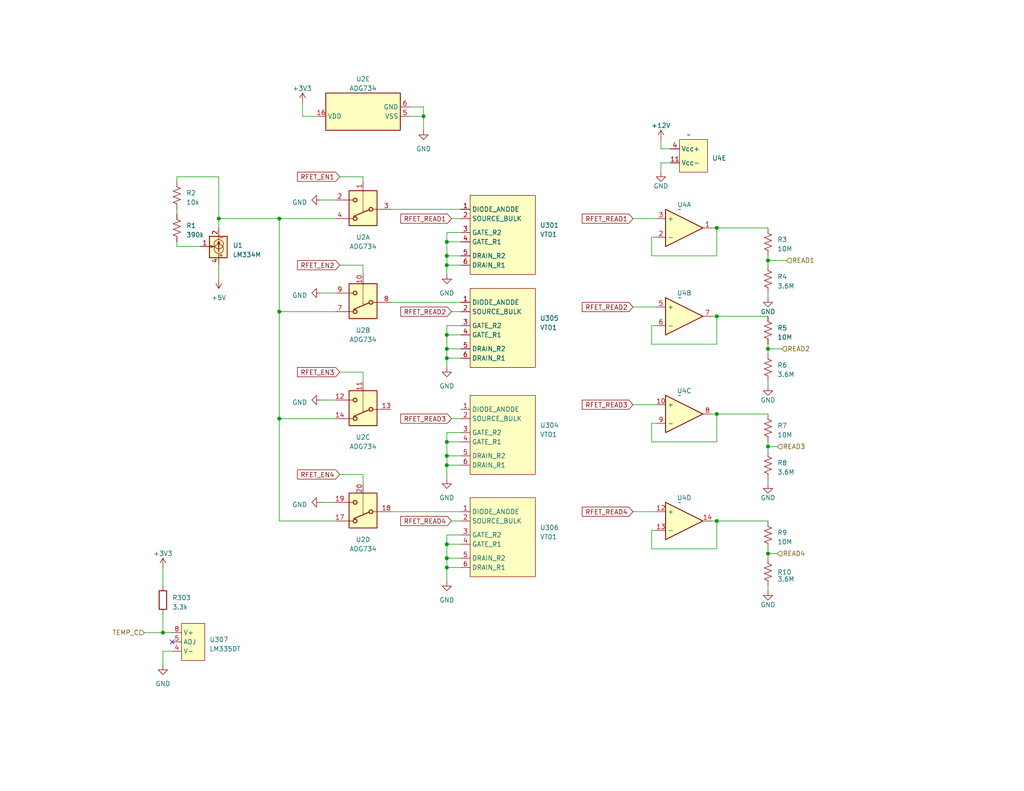
<source format=kicad_sch>
(kicad_sch (version 20230121) (generator eeschema)
  (paper "USLetter")
  (lib_symbols
    (symbol "Analog_Switch:ADG734"
      (property "Reference" "U" (at -3.175 5.334 0))
      (property "Value" "ADG734" (at -3.175 3.556 0))
      (symbol "ADG734_1_1"
        (rectangle (start -3.81 1.905) (end 3.81 -7.62) (stroke (width 0.254)) (fill (type background)))
        (circle (center -2.159 -2.54) (radius 0.508) (stroke (width 0.254)))
        (polyline (pts (xy -5.08 -2.54) (xy -2.794 -2.54)))
        (polyline (pts (xy -1.651 -2.413) (xy 2.54 -0.635)) (stroke (width 0.254)))
        (polyline (pts (xy 0 -7.62) (xy 0 -7.112)))
        (polyline (pts (xy 0 -6.858) (xy 0 -6.604)))
        (polyline (pts (xy 0 -6.35) (xy 0 -6.096)))
        (polyline (pts (xy 0 -5.842) (xy 0 -5.588)))
        (polyline (pts (xy 0 -5.334) (xy 0 -5.08)))
        (polyline (pts (xy 0 -4.826) (xy 0 -4.572)))
        (polyline (pts (xy 0 -4.318) (xy 0 -4.064)))
        (polyline (pts (xy 0 -3.81) (xy 0 -3.556)))
        (polyline (pts (xy 0 -3.302) (xy 0 -3.048)))
        (polyline (pts (xy 0 -2.794) (xy 0 -2.54)))
        (polyline (pts (xy 0 -2.286) (xy 0 -2.032)))
        (polyline (pts (xy 0 -2.286) (xy 0 -2.032)))
        (polyline (pts (xy 5.08 -5.08) (xy 2.794 -5.08)))
        (polyline (pts (xy 5.08 0) (xy 2.794 0)))
        (circle (center 2.159 -5.08) (radius 0.508) (stroke (width 0.254)))
        (circle (center 2.159 0) (radius 0.508) (stroke (width 0.254)))
        (pin input line (at 0 -10.16 90) (length 2.54) (name "~") (number "1"))
        (pin passive line (at 7.62 -5.08 180) (length 2.54) (name "~") (number "2"))
        (pin passive line (at -7.62 -2.54 0) (length 2.54) (name "~") (number "3"))
        (pin passive line (at 7.62 0 180) (length 2.54) (name "~") (number "4"))
      )
      (symbol "ADG734_2_1"
        (rectangle (start -3.81 1.905) (end 3.81 -7.62) (stroke (width 0.254)) (fill (type background)))
        (circle (center -2.159 -2.54) (radius 0.508) (stroke (width 0.254)))
        (polyline (pts (xy -5.08 -2.54) (xy -2.794 -2.54)))
        (polyline (pts (xy -1.651 -2.413) (xy 2.54 -0.635)) (stroke (width 0.254)))
        (polyline (pts (xy 0 -7.62) (xy 0 -7.112)))
        (polyline (pts (xy 0 -6.858) (xy 0 -6.604)))
        (polyline (pts (xy 0 -6.35) (xy 0 -6.096)))
        (polyline (pts (xy 0 -5.842) (xy 0 -5.588)))
        (polyline (pts (xy 0 -5.334) (xy 0 -5.08)))
        (polyline (pts (xy 0 -4.826) (xy 0 -4.572)))
        (polyline (pts (xy 0 -4.318) (xy 0 -4.064)))
        (polyline (pts (xy 0 -3.81) (xy 0 -3.556)))
        (polyline (pts (xy 0 -3.302) (xy 0 -3.048)))
        (polyline (pts (xy 0 -2.794) (xy 0 -2.54)))
        (polyline (pts (xy 0 -2.286) (xy 0 -2.032)))
        (polyline (pts (xy 0 -2.286) (xy 0 -2.032)))
        (polyline (pts (xy 5.08 -5.08) (xy 2.794 -5.08)))
        (polyline (pts (xy 5.08 0) (xy 2.794 0)))
        (circle (center 2.159 -5.08) (radius 0.508) (stroke (width 0.254)))
        (circle (center 2.159 0) (radius 0.508) (stroke (width 0.254)))
        (pin input line (at 0 -10.16 90) (length 2.54) (name "~") (number "10"))
        (pin passive line (at 7.62 0 180) (length 2.54) (name "~") (number "7"))
        (pin passive line (at -7.62 -2.54 0) (length 2.54) (name "~") (number "8"))
        (pin passive line (at 7.62 -5.08 180) (length 2.54) (name "~") (number "9"))
      )
      (symbol "ADG734_3_1"
        (rectangle (start -3.81 1.905) (end 3.81 -7.62) (stroke (width 0.254)) (fill (type background)))
        (circle (center -2.159 -2.54) (radius 0.508) (stroke (width 0.254)))
        (polyline (pts (xy -5.08 -2.54) (xy -2.794 -2.54)))
        (polyline (pts (xy -1.651 -2.413) (xy 2.54 -0.635)) (stroke (width 0.254)))
        (polyline (pts (xy 0 -7.62) (xy 0 -7.112)))
        (polyline (pts (xy 0 -6.858) (xy 0 -6.604)))
        (polyline (pts (xy 0 -6.35) (xy 0 -6.096)))
        (polyline (pts (xy 0 -5.842) (xy 0 -5.588)))
        (polyline (pts (xy 0 -5.334) (xy 0 -5.08)))
        (polyline (pts (xy 0 -4.826) (xy 0 -4.572)))
        (polyline (pts (xy 0 -4.318) (xy 0 -4.064)))
        (polyline (pts (xy 0 -3.81) (xy 0 -3.556)))
        (polyline (pts (xy 0 -3.302) (xy 0 -3.048)))
        (polyline (pts (xy 0 -2.794) (xy 0 -2.54)))
        (polyline (pts (xy 0 -2.286) (xy 0 -2.032)))
        (polyline (pts (xy 0 -2.286) (xy 0 -2.032)))
        (polyline (pts (xy 5.08 -5.08) (xy 2.794 -5.08)))
        (polyline (pts (xy 5.08 0) (xy 2.794 0)))
        (circle (center 2.159 -5.08) (radius 0.508) (stroke (width 0.254)))
        (circle (center 2.159 0) (radius 0.508) (stroke (width 0.254)))
        (pin input line (at 0 -10.16 90) (length 2.54) (name "~") (number "11"))
        (pin passive line (at 7.62 -5.08 180) (length 2.54) (name "~") (number "12"))
        (pin passive line (at -7.62 -2.54 0) (length 2.54) (name "~") (number "13"))
        (pin passive line (at 7.62 0 180) (length 2.54) (name "~") (number "14"))
      )
      (symbol "ADG734_4_1"
        (rectangle (start -3.81 1.905) (end 3.81 -7.62) (stroke (width 0.254)) (fill (type background)))
        (circle (center -2.159 -2.54) (radius 0.508) (stroke (width 0.254)))
        (polyline (pts (xy -5.08 -2.54) (xy -2.794 -2.54)))
        (polyline (pts (xy -1.651 -2.413) (xy 2.54 -0.635)) (stroke (width 0.254)))
        (polyline (pts (xy 0 -7.62) (xy 0 -7.112)))
        (polyline (pts (xy 0 -6.858) (xy 0 -6.604)))
        (polyline (pts (xy 0 -6.35) (xy 0 -6.096)))
        (polyline (pts (xy 0 -5.842) (xy 0 -5.588)))
        (polyline (pts (xy 0 -5.334) (xy 0 -5.08)))
        (polyline (pts (xy 0 -4.826) (xy 0 -4.572)))
        (polyline (pts (xy 0 -4.318) (xy 0 -4.064)))
        (polyline (pts (xy 0 -3.81) (xy 0 -3.556)))
        (polyline (pts (xy 0 -3.302) (xy 0 -3.048)))
        (polyline (pts (xy 0 -2.794) (xy 0 -2.54)))
        (polyline (pts (xy 0 -2.286) (xy 0 -2.032)))
        (polyline (pts (xy 0 -2.286) (xy 0 -2.032)))
        (polyline (pts (xy 5.08 -5.08) (xy 2.794 -5.08)))
        (polyline (pts (xy 5.08 0) (xy 2.794 0)))
        (circle (center 2.159 -5.08) (radius 0.508) (stroke (width 0.254)))
        (circle (center 2.159 0) (radius 0.508) (stroke (width 0.254)))
        (pin passive line (at 7.62 0 180) (length 2.54) (name "~") (number "17"))
        (pin passive line (at -7.62 -2.54 0) (length 2.54) (name "~") (number "18"))
        (pin passive line (at 7.62 -5.08 180) (length 2.54) (name "~") (number "19"))
        (pin input line (at 0 -10.16 90) (length 2.54) (name "~") (number "20"))
      )
      (symbol "ADG734_5_0"
        (pin no_connect line (at 2.54 10.16 270) (length 2.54) hide (name "NC") (number "15"))
        (pin power_in line (at 0 12.7 270) (length 2.54) (name "VDD") (number "16"))
        (pin power_in line (at 0 -12.7 90) (length 2.54) (name "VSS") (number "5"))
        (pin power_in line (at 2.54 -12.7 90) (length 2.54) (name "GND") (number "6"))
      )
      (symbol "ADG734_5_1"
        (rectangle (start -3.81 10.16) (end 6.35 -10.16) (stroke (width 0.254)) (fill (type background)))
      )
    )
    (symbol "BIRDS-X_Symbols_Lib:LM335DT"
      (property "Reference" "U" (at -5.08 10.16 0))
      (property "Value" "LM335DT" (at -2.54 7.62 0))
      (symbol "LM335DT_1_1"
        (rectangle (start -6.35 6.35) (end 0 -3.81) (fill (type background)))
        (pin input line (at -8.89 -1.27 0) (length 2.54) (name "V-") (number "4"))
        (pin input line (at -8.89 1.27 0) (length 2.54) (name "ADJ") (number "5"))
        (pin input line (at -8.89 3.81 0) (length 2.54) (name "V+") (number "8"))
      )
    )
    (symbol "BIRDS-X_Symbols_Lib:TL974IPWR"
      (property "Reference" "U" (at 0 5.08 0))
      (symbol "TL974IPWR_1_1"
        (polyline (pts (xy -5.08 5.08) (xy 5.08 0) (xy -5.08 -5.08) (xy -5.08 5.08)) (stroke (width 0.254)) (fill (type background)))
        (pin output line (at 7.62 0 180) (length 2.54) (name "~") (number "1"))
        (pin input line (at -7.62 -2.54 0) (length 2.54) (name "-") (number "2"))
        (pin input line (at -7.62 2.54 0) (length 2.54) (name "+") (number "3"))
      )
      (symbol "TL974IPWR_2_1"
        (polyline (pts (xy -5.08 5.08) (xy 5.08 0) (xy -5.08 -5.08) (xy -5.08 5.08)) (stroke (width 0.254)) (fill (type background)))
        (pin input line (at -7.62 2.54 0) (length 2.54) (name "+") (number "5"))
        (pin input line (at -7.62 -2.54 0) (length 2.54) (name "-") (number "6"))
        (pin output line (at 7.62 0 180) (length 2.54) (name "~") (number "7"))
      )
      (symbol "TL974IPWR_3_1"
        (polyline (pts (xy -5.08 5.08) (xy 5.08 0) (xy -5.08 -5.08) (xy -5.08 5.08)) (stroke (width 0.254)) (fill (type background)))
        (pin input line (at -7.62 2.54 0) (length 2.54) (name "+") (number "10"))
        (pin output line (at 7.62 0 180) (length 2.54) (name "~") (number "8"))
        (pin input line (at -7.62 -2.54 0) (length 2.54) (name "-") (number "9"))
      )
      (symbol "TL974IPWR_4_1"
        (polyline (pts (xy -5.08 5.08) (xy 5.08 0) (xy -5.08 -5.08) (xy -5.08 5.08)) (stroke (width 0.254)) (fill (type background)))
        (pin input line (at -7.62 -2.54 0) (length 2.54) (name "-") (number "13"))
        (pin output line (at 7.62 0 180) (length 2.54) (name "~") (number "14"))
        (pin input line (at -7.62 2.54 0) (length 2.54) (name "12") (number "5"))
      )
      (symbol "TL974IPWR_5_1"
        (rectangle (start -3.81 3.81) (end 3.81 -5.08) (fill (type background)))
        (pin input line (at -6.35 -2.54 0) (length 2.54) (name "Vcc-") (number "11"))
        (pin input line (at -6.35 1.27 0) (length 2.54) (name "Vcc+") (number "4"))
      )
    )
    (symbol "BIRDS-X_Symbols_Lib:VT01_Radfet"
      (property "Reference" "U" (at 0 7.62 0))
      (property "Value" "VT01" (at -6.35 7.62 0))
      (symbol "VT01_Radfet_0_0"
        (text "" (at -8.89 10.16 0) (effects (font (size 1.27 1.27))))
      )
      (symbol "VT01_Radfet_1_1"
        (rectangle (start -8.89 6.35) (end 8.89 -15.24) (fill (type background)))
        (pin input line (at -11.43 2.54 0) (length 2.54) (name "DIODE_ANODE") (number "1"))
        (pin input line (at -11.43 0 0) (length 2.54) (name "SOURCE_BULK") (number "2"))
        (pin input line (at -11.43 -3.81 0) (length 2.54) (name "GATE_R2") (number "3"))
        (pin input line (at -11.43 -6.35 0) (length 2.54) (name "GATE_R1") (number "4"))
        (pin input line (at -11.43 -10.16 0) (length 2.54) (name "DRAIN_R2") (number "5"))
        (pin input line (at -11.43 -12.7 0) (length 2.54) (name "DRAIN_R1") (number "6"))
      )
    )
    (symbol "Device:R" (pin_numbers hide) (pin_names (offset 0))
      (property "Reference" "R" (at 2.032 0 90))
      (property "Value" "R" (at 0 0 90))
      (symbol "R_0_1"
        (rectangle (start -1.016 -2.54) (end 1.016 2.54) (stroke (width 0.254)))
      )
      (symbol "R_1_1"
        (pin passive line (at 0 3.81 270) (length 1.27) (name "~") (number "1"))
        (pin passive line (at 0 -3.81 90) (length 1.27) (name "~") (number "2"))
      )
    )
    (symbol "Device:R_US" (pin_numbers hide) (pin_names (offset 0))
      (property "Reference" "R" (at 2.54 0 90))
      (property "Value" "R_US" (at -2.54 0 90))
      (symbol "R_US_0_1"
        (polyline (pts (xy 0 -2.286) (xy 0 -2.54)))
        (polyline (pts (xy 0 2.286) (xy 0 2.54)))
        (polyline (pts (xy 0 -0.762) (xy 1.016 -1.143) (xy 0 -1.524) (xy -1.016 -1.905) (xy 0 -2.286)))
        (polyline (pts (xy 0 0.762) (xy 1.016 0.381) (xy 0 0) (xy -1.016 -0.381) (xy 0 -0.762)))
        (polyline (pts (xy 0 2.286) (xy 1.016 1.905) (xy 0 1.524) (xy -1.016 1.143) (xy 0 0.762)))
      )
      (symbol "R_US_1_1"
        (pin passive line (at 0 3.81 270) (length 1.27) (name "~") (number "1"))
        (pin passive line (at 0 -3.81 90) (length 1.27) (name "~") (number "2"))
      )
    )
    (symbol "Reference_Current:LM334M"
      (property "Reference" "U" (at 0.635 6.35 0))
      (property "Value" "LM334M" (at 0.635 4.445 0))
      (symbol "LM334M_0_1"
        (rectangle (start -2.286 3.048) (end 2.54 -2.794) (stroke (width 0.254)) (fill (type background)))
        (circle (center 0 -0.635) (radius 1.27))
        (polyline (pts (xy -1.143 -2.413) (xy -0.381 -2.413)))
        (polyline (pts (xy -1.016 2.413) (xy -0.254 2.413)))
        (polyline (pts (xy -0.635 2.794) (xy -0.635 2.032)))
        (polyline (pts (xy 0 -1.905) (xy 0 -3.175)))
        (polyline (pts (xy 0 1.397) (xy 0 -1.397)) (stroke (width 0.254)))
        (polyline (pts (xy 0 3.81) (xy 0 1.905)))
        (polyline (pts (xy 5.08 0) (xy 1.27 0)))
        (polyline (pts (xy 0 -1.397) (xy -0.254 -0.889) (xy 0.254 -0.889) (xy 0 -1.397)) (stroke (width 0.254)))
        (polyline (pts (xy 1.27 0) (xy 2.159 0.254) (xy 2.159 -0.254) (xy 1.27 0)))
        (circle (center 0 0.635) (radius 1.27))
      )
      (symbol "LM334M_1_1"
        (pin passive line (at 5.08 0 180) (length 2.54) (name "~") (number "1"))
        (pin passive line (at 0 -5.08 90) (length 2.54) (name "~") (number "2"))
        (pin passive line (at 0 -5.08 90) (length 2.54) hide (name "~") (number "3"))
        (pin passive line (at 0 5.08 270) (length 2.54) (name "~") (number "4"))
        (pin passive line (at 0 -5.08 90) (length 2.54) hide (name "~") (number "6"))
        (pin passive line (at 0 -5.08 90) (length 2.54) hide (name "~") (number "7"))
      )
    )
    (symbol "TL974IPWR_1"
      (property "Reference" "U3" (at 0 6.35 0))
      (property "Value" "~" (at -1.27 5.08 0))
      (symbol "TL974IPWR_1_1_1"
        (polyline (pts (xy -5.08 5.08) (xy 5.08 0) (xy -5.08 -5.08) (xy -5.08 5.08)) (stroke (width 0.254)) (fill (type background)))
        (pin output line (at 7.62 0 180) (length 2.54) (name "~") (number "1"))
        (pin input line (at -7.62 -2.54 0) (length 2.54) (name "-") (number "2"))
        (pin input line (at -7.62 2.54 0) (length 2.54) (name "+") (number "3"))
      )
      (symbol "TL974IPWR_1_2_1"
        (polyline (pts (xy -5.08 5.08) (xy 5.08 0) (xy -5.08 -5.08) (xy -5.08 5.08)) (stroke (width 0.254)) (fill (type background)))
        (pin input line (at -7.62 2.54 0) (length 2.54) (name "+") (number "5"))
        (pin input line (at -7.62 -2.54 0) (length 2.54) (name "-") (number "6"))
        (pin output line (at 7.62 0 180) (length 2.54) (name "~") (number "7"))
      )
      (symbol "TL974IPWR_1_3_1"
        (polyline (pts (xy -5.08 5.08) (xy 5.08 0) (xy -5.08 -5.08) (xy -5.08 5.08)) (stroke (width 0.254)) (fill (type background)))
        (pin input line (at -7.62 2.54 0) (length 2.54) (name "+") (number "10"))
        (pin output line (at 7.62 0 180) (length 2.54) (name "~") (number "8"))
        (pin input line (at -7.62 -2.54 0) (length 2.54) (name "-") (number "9"))
      )
      (symbol "TL974IPWR_1_4_1"
        (polyline (pts (xy -5.08 5.08) (xy 5.08 0) (xy -5.08 -5.08) (xy -5.08 5.08)) (stroke (width 0.254)) (fill (type background)))
        (pin input line (at -7.62 2.54 0) (length 2.54) (name "+") (number "12"))
        (pin input line (at -7.62 -2.54 0) (length 2.54) (name "-") (number "13"))
        (pin output line (at 7.62 0 180) (length 2.54) (name "~") (number "14"))
      )
      (symbol "TL974IPWR_1_5_1"
        (rectangle (start -3.81 3.81) (end 3.81 -5.08) (fill (type background)))
        (pin input line (at -6.35 -2.54 0) (length 2.54) (name "Vcc-") (number "11"))
        (pin input line (at -6.35 1.27 0) (length 2.54) (name "Vcc+") (number "4"))
      )
    )
    (symbol "TL974IPWR_2"
      (property "Reference" "U3" (at 0 6.35 0))
      (property "Value" "~" (at -1.27 5.08 0))
      (symbol "TL974IPWR_2_1_1"
        (polyline (pts (xy -5.08 5.08) (xy 5.08 0) (xy -5.08 -5.08) (xy -5.08 5.08)) (stroke (width 0.254)) (fill (type background)))
        (pin output line (at 7.62 0 180) (length 2.54) (name "~") (number "1"))
        (pin input line (at -7.62 -2.54 0) (length 2.54) (name "-") (number "2"))
        (pin input line (at -7.62 2.54 0) (length 2.54) (name "+") (number "3"))
      )
      (symbol "TL974IPWR_2_2_1"
        (polyline (pts (xy -5.08 5.08) (xy 5.08 0) (xy -5.08 -5.08) (xy -5.08 5.08)) (stroke (width 0.254)) (fill (type background)))
        (pin input line (at -7.62 2.54 0) (length 2.54) (name "+") (number "5"))
        (pin input line (at -7.62 -2.54 0) (length 2.54) (name "-") (number "6"))
        (pin output line (at 7.62 0 180) (length 2.54) (name "~") (number "7"))
      )
      (symbol "TL974IPWR_2_3_1"
        (polyline (pts (xy -5.08 5.08) (xy 5.08 0) (xy -5.08 -5.08) (xy -5.08 5.08)) (stroke (width 0.254)) (fill (type background)))
        (pin input line (at -7.62 2.54 0) (length 2.54) (name "+") (number "10"))
        (pin output line (at 7.62 0 180) (length 2.54) (name "~") (number "8"))
        (pin input line (at -7.62 -2.54 0) (length 2.54) (name "-") (number "9"))
      )
      (symbol "TL974IPWR_2_4_1"
        (polyline (pts (xy -5.08 5.08) (xy 5.08 0) (xy -5.08 -5.08) (xy -5.08 5.08)) (stroke (width 0.254)) (fill (type background)))
        (pin input line (at -7.62 2.54 0) (length 2.54) (name "+") (number "12"))
        (pin input line (at -7.62 -2.54 0) (length 2.54) (name "-") (number "13"))
        (pin output line (at 7.62 0 180) (length 2.54) (name "~") (number "14"))
      )
      (symbol "TL974IPWR_2_5_1"
        (rectangle (start -3.81 3.81) (end 3.81 -5.08) (fill (type background)))
        (pin input line (at -6.35 -2.54 0) (length 2.54) (name "Vcc-") (number "11"))
        (pin input line (at -6.35 1.27 0) (length 2.54) (name "Vcc+") (number "4"))
      )
    )
    (symbol "TL974IPWR_3"
      (property "Reference" "U3" (at 0 6.35 0))
      (property "Value" "~" (at -1.27 5.08 0))
      (symbol "TL974IPWR_3_1_1"
        (polyline (pts (xy -5.08 5.08) (xy 5.08 0) (xy -5.08 -5.08) (xy -5.08 5.08)) (stroke (width 0.254)) (fill (type background)))
        (pin output line (at 7.62 0 180) (length 2.54) (name "~") (number "1"))
        (pin input line (at -7.62 -2.54 0) (length 2.54) (name "-") (number "2"))
        (pin input line (at -7.62 2.54 0) (length 2.54) (name "+") (number "3"))
      )
      (symbol "TL974IPWR_3_2_1"
        (polyline (pts (xy -5.08 5.08) (xy 5.08 0) (xy -5.08 -5.08) (xy -5.08 5.08)) (stroke (width 0.254)) (fill (type background)))
        (pin input line (at -7.62 2.54 0) (length 2.54) (name "+") (number "5"))
        (pin input line (at -7.62 -2.54 0) (length 2.54) (name "-") (number "6"))
        (pin output line (at 7.62 0 180) (length 2.54) (name "~") (number "7"))
      )
      (symbol "TL974IPWR_3_3_1"
        (polyline (pts (xy -5.08 5.08) (xy 5.08 0) (xy -5.08 -5.08) (xy -5.08 5.08)) (stroke (width 0.254)) (fill (type background)))
        (pin input line (at -7.62 2.54 0) (length 2.54) (name "+") (number "10"))
        (pin output line (at 7.62 0 180) (length 2.54) (name "~") (number "8"))
        (pin input line (at -7.62 -2.54 0) (length 2.54) (name "-") (number "9"))
      )
      (symbol "TL974IPWR_3_4_1"
        (polyline (pts (xy -5.08 5.08) (xy 5.08 0) (xy -5.08 -5.08) (xy -5.08 5.08)) (stroke (width 0.254)) (fill (type background)))
        (pin input line (at -7.62 2.54 0) (length 2.54) (name "+") (number "12"))
        (pin input line (at -7.62 -2.54 0) (length 2.54) (name "-") (number "13"))
        (pin output line (at 7.62 0 180) (length 2.54) (name "~") (number "14"))
      )
      (symbol "TL974IPWR_3_5_1"
        (rectangle (start -3.81 3.81) (end 3.81 -5.08) (fill (type background)))
        (pin input line (at -6.35 -2.54 0) (length 2.54) (name "Vcc-") (number "11"))
        (pin input line (at -6.35 1.27 0) (length 2.54) (name "Vcc+") (number "4"))
      )
    )
    (symbol "TL974IPWR_4"
      (property "Reference" "U3" (at 0 6.35 0))
      (property "Value" "~" (at -1.27 5.08 0))
      (symbol "TL974IPWR_4_1_1"
        (polyline (pts (xy -5.08 5.08) (xy 5.08 0) (xy -5.08 -5.08) (xy -5.08 5.08)) (stroke (width 0.254)) (fill (type background)))
        (pin output line (at 7.62 0 180) (length 2.54) (name "~") (number "1"))
        (pin input line (at -7.62 -2.54 0) (length 2.54) (name "-") (number "2"))
        (pin input line (at -7.62 2.54 0) (length 2.54) (name "+") (number "3"))
      )
      (symbol "TL974IPWR_4_2_1"
        (polyline (pts (xy -5.08 5.08) (xy 5.08 0) (xy -5.08 -5.08) (xy -5.08 5.08)) (stroke (width 0.254)) (fill (type background)))
        (pin input line (at -7.62 2.54 0) (length 2.54) (name "+") (number "5"))
        (pin input line (at -7.62 -2.54 0) (length 2.54) (name "-") (number "6"))
        (pin output line (at 7.62 0 180) (length 2.54) (name "~") (number "7"))
      )
      (symbol "TL974IPWR_4_3_1"
        (polyline (pts (xy -5.08 5.08) (xy 5.08 0) (xy -5.08 -5.08) (xy -5.08 5.08)) (stroke (width 0.254)) (fill (type background)))
        (pin input line (at -7.62 2.54 0) (length 2.54) (name "+") (number "10"))
        (pin output line (at 7.62 0 180) (length 2.54) (name "~") (number "8"))
        (pin input line (at -7.62 -2.54 0) (length 2.54) (name "-") (number "9"))
      )
      (symbol "TL974IPWR_4_4_1"
        (polyline (pts (xy -5.08 5.08) (xy 5.08 0) (xy -5.08 -5.08) (xy -5.08 5.08)) (stroke (width 0.254)) (fill (type background)))
        (pin input line (at -7.62 2.54 0) (length 2.54) (name "+") (number "12"))
        (pin input line (at -7.62 -2.54 0) (length 2.54) (name "-") (number "13"))
        (pin output line (at 7.62 0 180) (length 2.54) (name "~") (number "14"))
      )
      (symbol "TL974IPWR_4_5_1"
        (rectangle (start -3.81 3.81) (end 3.81 -5.08) (fill (type background)))
        (pin input line (at -6.35 -2.54 0) (length 2.54) (name "Vcc-") (number "11"))
        (pin input line (at -6.35 1.27 0) (length 2.54) (name "Vcc+") (number "4"))
      )
    )
    (symbol "power:+12V" (power) (pin_names (offset 0))
      (property "Value" "+12V" (at 0 3.556 0))
      (symbol "+12V_0_1"
        (polyline (pts (xy -0.762 1.27) (xy 0 2.54)))
        (polyline (pts (xy 0 0) (xy 0 2.54)))
        (polyline (pts (xy 0 2.54) (xy 0.762 1.27)))
      )
      (symbol "+12V_1_1"
        (pin power_in line (at 0 0 90) (length 0) hide (name "+12V") (number "1"))
      )
    )
    (symbol "power:+3V3" (power) (pin_names (offset 0))
      (property "Value" "+3V3" (at 0 3.556 0))
      (symbol "+3V3_0_1"
        (polyline (pts (xy -0.762 1.27) (xy 0 2.54)))
        (polyline (pts (xy 0 0) (xy 0 2.54)))
        (polyline (pts (xy 0 2.54) (xy 0.762 1.27)))
      )
      (symbol "+3V3_1_1"
        (pin power_in line (at 0 0 90) (length 0) hide (name "+3V3") (number "1"))
      )
    )
    (symbol "power:+5V" (power) (pin_names (offset 0))
      (property "Value" "+5V" (at 0 3.556 0))
      (symbol "+5V_0_1"
        (polyline (pts (xy -0.762 1.27) (xy 0 2.54)))
        (polyline (pts (xy 0 0) (xy 0 2.54)))
        (polyline (pts (xy 0 2.54) (xy 0.762 1.27)))
      )
      (symbol "+5V_1_1"
        (pin power_in line (at 0 0 90) (length 0) hide (name "+5V") (number "1"))
      )
    )
    (symbol "power:GND" (power) (pin_names (offset 0))
      (property "Value" "GND" (at 0 -3.81 0))
      (symbol "GND_0_1"
        (polyline (pts (xy 0 0) (xy 0 -1.27) (xy 1.27 -1.27) (xy 0 -2.54) (xy -1.27 -1.27) (xy 0 -1.27)))
      )
      (symbol "GND_1_1"
        (pin power_in line (at 0 0 270) (length 0) hide (name "GND") (number "1"))
      )
    )
  )
  (junction (at 121.92 124.46))
  (junction (at 121.92 95.25))
  (junction (at 121.92 72.39))
  (junction (at 44.45 172.72))
  (junction (at 209.55 121.92))
  (junction (at 209.55 71.12))
  (junction (at 195.58 86.36))
  (junction (at 209.55 95.25))
  (junction (at 121.92 152.4))
  (junction (at 121.92 66.04))
  (junction (at 121.92 120.65))
  (junction (at 115.57 31.75))
  (junction (at 121.92 148.59))
  (junction (at 76.2 59.69))
  (junction (at 195.58 62.23))
  (junction (at 121.92 69.85))
  (junction (at 121.92 127))
  (junction (at 121.92 97.79))
  (junction (at 76.2 85.09))
  (junction (at 76.2 114.3))
  (junction (at 59.69 59.69))
  (junction (at 195.58 142.24))
  (junction (at 195.58 113.03))
  (junction (at 121.92 91.44))
  (junction (at 121.92 154.94))
  (junction (at 209.55 151.13))
  (no_connect (at 46.99 175.26))
  (wire (pts (xy 121.92 148.59) (xy 125.73 148.59)))
  (wire (pts (xy 195.58 113.03) (xy 194.31 113.03)))
  (wire (pts (xy 209.55 120.65) (xy 209.55 121.92)))
  (wire (pts (xy 180.34 38.1) (xy 180.34 40.64)))
  (wire (pts (xy 195.58 113.03) (xy 209.55 113.03)))
  (wire (pts (xy 44.45 167.64) (xy 44.45 172.72)))
  (wire (pts (xy 121.92 124.46) (xy 121.92 120.65)))
  (wire (pts (xy 59.69 72.39) (xy 59.69 76.2)))
  (wire (pts (xy 209.55 149.86) (xy 209.55 151.13)))
  (wire (pts (xy 46.99 177.8) (xy 44.45 177.8)))
  (wire (pts (xy 209.55 160.02) (xy 209.55 161.29)))
  (wire (pts (xy 39.37 172.72) (xy 44.45 172.72)))
  (wire (pts (xy 121.92 148.59) (xy 121.92 152.4)))
  (wire (pts (xy 177.8 120.65) (xy 195.58 120.65)))
  (wire (pts (xy 76.2 59.69) (xy 91.44 59.69)))
  (wire (pts (xy 92.71 48.26) (xy 99.06 48.26)))
  (wire (pts (xy 177.8 69.85) (xy 195.58 69.85)))
  (wire (pts (xy 59.69 59.69) (xy 59.69 62.23)))
  (wire (pts (xy 209.55 151.13) (xy 209.55 152.4)))
  (wire (pts (xy 48.26 67.31) (xy 48.26 66.04)))
  (wire (pts (xy 209.55 69.85) (xy 209.55 71.12)))
  (wire (pts (xy 180.34 44.45) (xy 182.88 44.45)))
  (wire (pts (xy 195.58 62.23) (xy 194.31 62.23)))
  (wire (pts (xy 172.72 110.49) (xy 179.07 110.49)))
  (wire (pts (xy 209.55 93.98) (xy 209.55 95.25)))
  (wire (pts (xy 209.55 71.12) (xy 214.63 71.12)))
  (wire (pts (xy 121.92 152.4) (xy 125.73 152.4)))
  (wire (pts (xy 76.2 59.69) (xy 76.2 85.09)))
  (wire (pts (xy 177.8 64.77) (xy 177.8 69.85)))
  (wire (pts (xy 195.58 93.98) (xy 195.58 86.36)))
  (wire (pts (xy 48.26 57.15) (xy 48.26 58.42)))
  (wire (pts (xy 195.58 69.85) (xy 195.58 62.23)))
  (wire (pts (xy 121.92 154.94) (xy 121.92 158.75)))
  (wire (pts (xy 177.8 93.98) (xy 195.58 93.98)))
  (wire (pts (xy 54.61 67.31) (xy 48.26 67.31)))
  (wire (pts (xy 59.69 59.69) (xy 76.2 59.69)))
  (wire (pts (xy 125.73 146.05) (xy 121.92 146.05)))
  (wire (pts (xy 121.92 120.65) (xy 125.73 120.65)))
  (wire (pts (xy 111.76 29.21) (xy 115.57 29.21)))
  (wire (pts (xy 177.8 149.86) (xy 195.58 149.86)))
  (wire (pts (xy 123.19 85.09) (xy 125.73 85.09)))
  (wire (pts (xy 91.44 114.3) (xy 76.2 114.3)))
  (wire (pts (xy 87.63 80.01) (xy 91.44 80.01)))
  (wire (pts (xy 209.55 95.25) (xy 213.36 95.25)))
  (wire (pts (xy 92.71 72.39) (xy 99.06 72.39)))
  (wire (pts (xy 87.63 137.16) (xy 91.44 137.16)))
  (wire (pts (xy 121.92 95.25) (xy 121.92 97.79)))
  (wire (pts (xy 92.71 101.6) (xy 99.06 101.6)))
  (wire (pts (xy 195.58 86.36) (xy 209.55 86.36)))
  (wire (pts (xy 123.19 114.3) (xy 125.73 114.3)))
  (wire (pts (xy 44.45 177.8) (xy 44.45 181.61)))
  (wire (pts (xy 44.45 154.94) (xy 44.45 160.02)))
  (wire (pts (xy 195.58 142.24) (xy 209.55 142.24)))
  (wire (pts (xy 99.06 72.39) (xy 99.06 74.93)))
  (wire (pts (xy 92.71 129.54) (xy 99.06 129.54)))
  (wire (pts (xy 177.8 115.57) (xy 177.8 120.65)))
  (wire (pts (xy 76.2 114.3) (xy 76.2 142.24)))
  (wire (pts (xy 76.2 85.09) (xy 76.2 114.3)))
  (wire (pts (xy 115.57 31.75) (xy 115.57 35.56)))
  (wire (pts (xy 195.58 149.86) (xy 195.58 142.24)))
  (wire (pts (xy 99.06 129.54) (xy 99.06 132.08)))
  (wire (pts (xy 121.92 124.46) (xy 125.73 124.46)))
  (wire (pts (xy 123.19 142.24) (xy 125.73 142.24)))
  (wire (pts (xy 195.58 142.24) (xy 194.31 142.24)))
  (wire (pts (xy 99.06 48.26) (xy 99.06 49.53)))
  (wire (pts (xy 179.07 88.9) (xy 177.8 88.9)))
  (wire (pts (xy 121.92 69.85) (xy 125.73 69.85)))
  (wire (pts (xy 179.07 115.57) (xy 177.8 115.57)))
  (wire (pts (xy 172.72 59.69) (xy 179.07 59.69)))
  (wire (pts (xy 180.34 46.99) (xy 180.34 44.45)))
  (wire (pts (xy 91.44 142.24) (xy 76.2 142.24)))
  (wire (pts (xy 195.58 86.36) (xy 194.31 86.36)))
  (wire (pts (xy 99.06 101.6) (xy 99.06 104.14)))
  (wire (pts (xy 121.92 95.25) (xy 125.73 95.25)))
  (wire (pts (xy 195.58 62.23) (xy 209.55 62.23)))
  (wire (pts (xy 209.55 71.12) (xy 209.55 72.39)))
  (wire (pts (xy 121.92 91.44) (xy 121.92 95.25)))
  (wire (pts (xy 172.72 83.82) (xy 179.07 83.82)))
  (wire (pts (xy 209.55 121.92) (xy 209.55 123.19)))
  (wire (pts (xy 209.55 95.25) (xy 209.55 96.52)))
  (wire (pts (xy 121.92 88.9) (xy 125.73 88.9)))
  (wire (pts (xy 121.92 66.04) (xy 125.73 66.04)))
  (wire (pts (xy 121.92 152.4) (xy 121.92 154.94)))
  (wire (pts (xy 106.68 57.15) (xy 125.73 57.15)))
  (wire (pts (xy 177.8 144.78) (xy 177.8 149.86)))
  (wire (pts (xy 121.92 88.9) (xy 121.92 91.44)))
  (wire (pts (xy 180.34 40.64) (xy 182.88 40.64)))
  (wire (pts (xy 209.55 104.14) (xy 209.55 105.41)))
  (wire (pts (xy 121.92 63.5) (xy 121.92 66.04)))
  (wire (pts (xy 121.92 120.65) (xy 121.92 118.11)))
  (wire (pts (xy 121.92 69.85) (xy 121.92 72.39)))
  (wire (pts (xy 195.58 120.65) (xy 195.58 113.03)))
  (wire (pts (xy 179.07 64.77) (xy 177.8 64.77)))
  (wire (pts (xy 121.92 91.44) (xy 125.73 91.44)))
  (wire (pts (xy 177.8 88.9) (xy 177.8 93.98)))
  (wire (pts (xy 209.55 121.92) (xy 212.09 121.92)))
  (wire (pts (xy 82.55 31.75) (xy 86.36 31.75)))
  (wire (pts (xy 87.63 109.22) (xy 91.44 109.22)))
  (wire (pts (xy 209.55 151.13) (xy 212.09 151.13)))
  (wire (pts (xy 121.92 97.79) (xy 121.92 100.33)))
  (wire (pts (xy 209.55 81.28) (xy 209.55 80.01)))
  (wire (pts (xy 121.92 66.04) (xy 121.92 69.85)))
  (wire (pts (xy 115.57 29.21) (xy 115.57 31.75)))
  (wire (pts (xy 121.92 124.46) (xy 121.92 127)))
  (wire (pts (xy 121.92 97.79) (xy 125.73 97.79)))
  (wire (pts (xy 123.19 59.69) (xy 125.73 59.69)))
  (wire (pts (xy 121.92 72.39) (xy 125.73 72.39)))
  (wire (pts (xy 48.26 48.26) (xy 59.69 48.26)))
  (wire (pts (xy 48.26 49.53) (xy 48.26 48.26)))
  (wire (pts (xy 179.07 144.78) (xy 177.8 144.78)))
  (wire (pts (xy 209.55 130.81) (xy 209.55 132.08)))
  (wire (pts (xy 121.92 127) (xy 121.92 130.81)))
  (wire (pts (xy 121.92 118.11) (xy 125.73 118.11)))
  (wire (pts (xy 106.68 82.55) (xy 125.73 82.55)))
  (wire (pts (xy 82.55 27.94) (xy 82.55 31.75)))
  (wire (pts (xy 121.92 146.05) (xy 121.92 148.59)))
  (wire (pts (xy 59.69 48.26) (xy 59.69 59.69)))
  (wire (pts (xy 91.44 85.09) (xy 76.2 85.09)))
  (wire (pts (xy 125.73 63.5) (xy 121.92 63.5)))
  (wire (pts (xy 106.68 139.7) (xy 125.73 139.7)))
  (wire (pts (xy 121.92 154.94) (xy 125.73 154.94)))
  (wire (pts (xy 44.45 172.72) (xy 46.99 172.72)))
  (wire (pts (xy 111.76 31.75) (xy 115.57 31.75)))
  (wire (pts (xy 125.73 127) (xy 121.92 127)))
  (wire (pts (xy 172.72 139.7) (xy 179.07 139.7)))
  (wire (pts (xy 121.92 74.93) (xy 121.92 72.39)))
  (wire (pts (xy 87.63 54.61) (xy 91.44 54.61)))
  (global_label "RFET_READ1" (shape input) (at 172.72 59.69 180) (property "Intersheetrefs" "${INTERSHEET_REFS}" (effects hide)))
  (global_label "RFET_EN3" (shape input) (at 92.71 101.6 180) (property "Intersheetrefs" "${INTERSHEET_REFS}" (effects hide)))
  (global_label "RFET_READ1" (shape input) (at 123.19 59.69 180) (property "Intersheetrefs" "${INTERSHEET_REFS}" (effects hide)))
  (global_label "RFET_READ3" (shape input) (at 172.72 110.49 180) (property "Intersheetrefs" "${INTERSHEET_REFS}" (effects hide)))
  (global_label "RFET_READ4" (shape input) (at 123.19 142.24 180) (property "Intersheetrefs" "${INTERSHEET_REFS}" (effects hide)))
  (global_label "RFET_EN4" (shape input) (at 92.71 129.54 180) (property "Intersheetrefs" "${INTERSHEET_REFS}" (effects hide)))
  (global_label "RFET_READ3" (shape input) (at 123.19 114.3 180) (property "Intersheetrefs" "${INTERSHEET_REFS}" (effects hide)))
  (global_label "RFET_READ2" (shape input) (at 172.72 83.82 180) (property "Intersheetrefs" "${INTERSHEET_REFS}" (effects hide)))
  (global_label "RFET_EN2" (shape input) (at 92.71 72.39 180) (property "Intersheetrefs" "${INTERSHEET_REFS}" (effects hide)))
  (global_label "RFET_EN1" (shape input) (at 92.71 48.26 180) (property "Intersheetrefs" "${INTERSHEET_REFS}" (effects hide)))
  (global_label "RFET_READ4" (shape input) (at 172.72 139.7 180) (property "Intersheetrefs" "${INTERSHEET_REFS}" (effects hide)))
  (global_label "RFET_READ2" (shape input) (at 123.19 85.09 180) (property "Intersheetrefs" "${INTERSHEET_REFS}" (effects hide)))
  (hierarchical_label "READ4" (shape input) (at 212.09 151.13 0))
  (hierarchical_label "READ1" (shape input) (at 214.63 71.12 0))
  (hierarchical_label "TEMP_C" (shape input) (at 39.37 172.72 180))
  (hierarchical_label "READ2" (shape input) (at 213.36 95.25 0))
  (hierarchical_label "READ3" (shape input) (at 212.09 121.92 0))
  (symbol (lib_id "Device:R_US") (at 209.55 66.04 0) (unit 1)
    (property "Reference" "R3" (at 212.09 65.405 0) (effects (justify left)))
    (property "Value" "10M" (at 212.09 67.945 0) (effects (justify left)))
    (property "Footprint" "Resistor_SMD:R_1206_3216Metric" (effects hide))
  )
  (symbol (lib_id "power:GND") (at 87.63 137.16 270) (unit 1)
    (property "Reference" "#PWR011" (effects hide))
    (property "Value" "GND" (at 83.82 137.795 90) (effects (justify right)))
  )
  (symbol (lib_id "BIRDS-X_Symbols_Lib:VT01_Radfet") (at 137.16 85.09 0) (unit 1)
    (property "Reference" "U305" (at 147.32 86.8957 0) (effects (justify left)))
    (property "Value" "VT01" (at 147.32 89.4357 0) (effects (justify left)))
  )
  (symbol (lib_id "Reference_Current:LM334M") (at 59.69 67.31 180) (unit 1)
    (property "Reference" "U1" (at 63.5 66.9925 0) (effects (justify right)))
    (property "Value" "LM334M" (at 63.5 69.5325 0) (effects (justify right)))
    (property "Footprint" "Package_SO:SOIC-8_3.9x4.9mm_P1.27mm" (effects hide))
    (property "Datasheet" "http://www.ti.com/lit/ds/symlink/lm134.pdf" (effects hide))
  )
  (symbol (lib_id "Analog_Switch:ADG734") (at 99.06 31.75 90) (unit 5)
    (property "Reference" "U2" (at 99.06 21.59 90))
    (property "Value" "ADG734" (at 99.06 24.13 90))
    (property "Footprint" "Package_SO:TSSOP-20_4.4x6.5mm_P0.65mm" (effects hide))
    (property "Datasheet" "https://www.analog.com/media/en/technical-documentation/data-sheets/ADG733_734.pdf" (effects hide))
  )
  (symbol (lib_id "Analog_Switch:ADG734") (at 99.06 114.3 180) (unit 3)
    (property "Reference" "U2" (at 99.06 119.38 0))
    (property "Value" "ADG734" (at 99.06 121.92 0))
    (property "Footprint" "Package_SO:TSSOP-20_4.4x6.5mm_P0.65mm" (effects hide))
    (property "Datasheet" "https://www.analog.com/media/en/technical-documentation/data-sheets/ADG733_734.pdf" (effects hide))
  )
  (symbol (lib_id "Device:R_US") (at 48.26 62.23 0) (unit 1)
    (property "Reference" "R1" (at 50.8 61.595 0) (effects (justify left)))
    (property "Value" "390k" (at 50.8 64.135 0) (effects (justify left)))
    (property "Footprint" "Resistor_SMD:R_1206_3216Metric" (effects hide))
  )
  (symbol (lib_id "power:GND") (at 87.63 109.22 270) (unit 1)
    (property "Reference" "#PWR012" (effects hide))
    (property "Value" "GND" (at 83.82 109.855 90) (effects (justify right)))
  )
  (symbol (lib_id "power:GND") (at 180.34 46.99 0) (unit 1)
    (property "Reference" "#PWR017" (effects hide))
    (property "Value" "GND" (at 180.34 50.8 0))
  )
  (symbol (lib_name "TL974IPWR_3") (lib_id "BIRDS-X_Symbols_Lib:TL974IPWR") (at 186.69 113.03 0) (unit 3)
    (property "Reference" "U4" (at 186.69 106.68 0))
    (property "Value" "~" (at 185.42 107.95 0))
    (property "Footprint" "lib:SOP65P640X120-14N" (effects hide))
  )
  (symbol (lib_id "power:GND") (at 209.55 81.28 0) (unit 1)
    (property "Reference" "#PWR018" (effects hide))
    (property "Value" "GND" (at 209.55 85.09 0))
  )
  (symbol (lib_id "power:GND") (at 209.55 161.29 0) (unit 1)
    (property "Reference" "#PWR021" (effects hide))
    (property "Value" "GND" (at 209.55 165.1 0))
  )
  (symbol (lib_id "Device:R_US") (at 48.26 53.34 0) (unit 1)
    (property "Reference" "R2" (at 50.8 52.705 0) (effects (justify left)))
    (property "Value" "10k" (at 50.8 55.245 0) (effects (justify left)))
    (property "Footprint" "Resistor_SMD:R_1206_3216Metric" (effects hide))
  )
  (symbol (lib_id "Device:R_US") (at 209.55 156.21 0) (unit 1)
    (property "Reference" "R10" (at 212.09 156.21 0) (effects (justify left)))
    (property "Value" "3.6M" (at 212.09 158.115 0) (effects (justify left)))
    (property "Footprint" "Resistor_SMD:R_1206_3216Metric" (effects hide))
  )
  (symbol (lib_id "power:GND") (at 209.55 105.41 0) (unit 1)
    (property "Reference" "#PWR019" (effects hide))
    (property "Value" "GND" (at 209.55 109.22 0))
  )
  (symbol (lib_id "Device:R_US") (at 209.55 90.17 0) (unit 1)
    (property "Reference" "R5" (at 212.09 89.535 0) (effects (justify left)))
    (property "Value" "10M" (at 212.09 92.075 0) (effects (justify left)))
    (property "Footprint" "Resistor_SMD:R_1206_3216Metric" (effects hide))
  )
  (symbol (lib_id "Device:R_US") (at 209.55 116.84 0) (unit 1)
    (property "Reference" "R7" (at 212.09 116.205 0) (effects (justify left)))
    (property "Value" "10M" (at 212.09 118.745 0) (effects (justify left)))
    (property "Footprint" "Resistor_SMD:R_1206_3216Metric" (effects hide))
  )
  (symbol (lib_id "power:GND") (at 121.92 74.93 0) (unit 1)
    (property "Reference" "#PWR01" (effects hide))
    (property "Value" "GND" (at 121.92 80.01 0))
  )
  (symbol (lib_name "TL974IPWR_4") (lib_id "BIRDS-X_Symbols_Lib:TL974IPWR") (at 186.69 142.24 0) (unit 4)
    (property "Reference" "U4" (at 186.69 135.89 0))
    (property "Value" "~" (at 185.42 137.16 0))
    (property "Footprint" "lib:SOP65P640X120-14N" (effects hide))
  )
  (symbol (lib_id "Device:R_US") (at 209.55 100.33 0) (unit 1)
    (property "Reference" "R6" (at 212.09 99.695 0) (effects (justify left)))
    (property "Value" "3.6M" (at 212.09 102.235 0) (effects (justify left)))
    (property "Footprint" "Resistor_SMD:R_1206_3216Metric" (effects hide))
  )
  (symbol (lib_name "TL974IPWR_2") (lib_id "BIRDS-X_Symbols_Lib:TL974IPWR") (at 186.69 62.23 0) (unit 1)
    (property "Reference" "U4" (at 186.69 55.88 0))
    (property "Value" "~" (at 185.42 57.15 0))
    (property "Footprint" "lib:SOP65P640X120-14N" (effects hide))
  )
  (symbol (lib_id "Analog_Switch:ADG734") (at 99.06 59.69 180) (unit 1)
    (property "Reference" "U2" (at 99.06 64.77 0))
    (property "Value" "ADG734" (at 99.06 67.31 0))
    (property "Footprint" "Package_SO:TSSOP-20_4.4x6.5mm_P0.65mm" (effects hide))
    (property "Datasheet" "https://www.analog.com/media/en/technical-documentation/data-sheets/ADG733_734.pdf" (effects hide))
  )
  (symbol (lib_id "power:+12V") (at 180.34 38.1 0) (unit 1)
    (property "Reference" "#PWR016" (effects hide))
    (property "Value" "+12V" (at 180.34 34.29 0))
  )
  (symbol (lib_id "Analog_Switch:ADG734") (at 99.06 142.24 180) (unit 4)
    (property "Reference" "U2" (at 99.06 147.32 0))
    (property "Value" "ADG734" (at 99.06 149.86 0))
    (property "Footprint" "Package_SO:TSSOP-20_4.4x6.5mm_P0.65mm" (effects hide))
    (property "Datasheet" "https://www.analog.com/media/en/technical-documentation/data-sheets/ADG733_734.pdf" (effects hide))
  )
  (symbol (lib_id "power:GND") (at 121.92 100.33 0) (unit 1)
    (property "Reference" "#PWR04" (effects hide))
    (property "Value" "GND" (at 121.92 105.41 0))
  )
  (symbol (lib_id "power:+3V3") (at 82.55 27.94 0) (unit 1)
    (property "Reference" "#PWR0406" (effects hide))
    (property "Value" "+3V3" (at 85.09 24.13 0) (effects (justify right)))
    (instances (project "BIRDS-X-PCB" (path "" (reference "#PWR0406") (unit 1)) (path "" (reference "#PWR05") (unit 1))))
  )
  (symbol (lib_name "TL974IPWR_1") (lib_id "BIRDS-X_Symbols_Lib:TL974IPWR") (at 186.69 86.36 0) (unit 2)
    (property "Reference" "U4" (at 186.69 80.01 0))
    (property "Value" "~" (at 185.42 81.28 0))
    (property "Footprint" "lib:SOP65P640X120-14N" (effects hide))
  )
  (symbol (lib_id "power:+3V3") (at 44.45 154.94 0) (unit 1)
    (property "Reference" "#PWR0207" (effects hide))
    (property "Value" "+3V3" (at 44.45 151.13 0))
    (instances (project "BIRDS-X-PCB" (path "" (reference "#PWR0207") (unit 1)) (path "" (reference "#PWR06") (unit 1))))
  )
  (symbol (lib_id "BIRDS-X_Symbols_Lib:TL974IPWR") (at 189.23 41.91 0) (unit 5)
    (property "Reference" "U4" (at 194.31 43.18 0) (effects (justify left)))
    (property "Value" "~" (at 187.96 36.83 0))
    (property "Footprint" "lib:SOP65P640X120-14N" (effects hide))
  )
  (symbol (lib_id "power:+5V") (at 59.69 76.2 180) (unit 1)
    (property "Reference" "#PWR03" (effects hide))
    (property "Value" "+5V" (at 59.69 81.28 0))
  )
  (symbol (lib_id "BIRDS-X_Symbols_Lib:VT01_Radfet") (at 137.16 142.24 0) (unit 1)
    (property "Reference" "U306" (at 147.32 144.0457 0) (effects (justify left)))
    (property "Value" "VT01" (at 147.32 146.5857 0) (effects (justify left)))
  )
  (symbol (lib_id "BIRDS-X_Symbols_Lib:VT01_Radfet") (at 137.16 114.3 0) (unit 1)
    (property "Reference" "U304" (at 147.32 116.1057 0) (effects (justify left)))
    (property "Value" "VT01" (at 147.32 118.6457 0) (effects (justify left)))
  )
  (symbol (lib_id "power:GND") (at 121.92 130.81 0) (unit 1)
    (property "Reference" "#PWR08" (effects hide))
    (property "Value" "GND" (at 121.92 135.89 0))
  )
  (symbol (lib_id "Device:R_US") (at 209.55 146.05 0) (unit 1)
    (property "Reference" "R9" (at 212.09 145.415 0) (effects (justify left)))
    (property "Value" "10M" (at 212.09 147.955 0) (effects (justify left)))
    (property "Footprint" "Resistor_SMD:R_1206_3216Metric" (effects hide))
  )
  (symbol (lib_id "power:GND") (at 87.63 80.01 270) (unit 1)
    (property "Reference" "#PWR013" (effects hide))
    (property "Value" "GND" (at 83.82 80.645 90) (effects (justify right)))
  )
  (symbol (lib_id "Device:R_US") (at 209.55 127 0) (unit 1)
    (property "Reference" "R8" (at 212.09 126.365 0) (effects (justify left)))
    (property "Value" "3.6M" (at 212.09 128.905 0) (effects (justify left)))
    (property "Footprint" "Resistor_SMD:R_1206_3216Metric" (effects hide))
  )
  (symbol (lib_id "power:GND") (at 44.45 181.61 0) (unit 1)
    (property "Reference" "#PWR0306" (effects hide))
    (property "Value" "GND" (at 44.45 186.69 0))
  )
  (symbol (lib_id "Analog_Switch:ADG734") (at 99.06 85.09 180) (unit 2)
    (property "Reference" "U2" (at 99.06 90.17 0))
    (property "Value" "ADG734" (at 99.06 92.71 0))
    (property "Footprint" "Package_SO:TSSOP-20_4.4x6.5mm_P0.65mm" (effects hide))
    (property "Datasheet" "https://www.analog.com/media/en/technical-documentation/data-sheets/ADG733_734.pdf" (effects hide))
  )
  (symbol (lib_id "Device:R") (at 44.45 163.83 0) (unit 1)
    (property "Reference" "R303" (at 46.99 163.195 0) (effects (justify left)))
    (property "Value" "3.3k" (at 46.99 165.735 0) (effects (justify left)))
    (property "Footprint" "Resistor_SMD:R_1206_3216Metric_Pad1.30x1.75mm_HandSolder" (effects hide))
  )
  (symbol (lib_id "BIRDS-X_Symbols_Lib:LM335DT") (at 55.88 176.53 0) (unit 1)
    (property "Reference" "U307" (at 57.15 174.625 0) (effects (justify left)))
    (property "Value" "LM335DT" (at 57.15 177.165 0) (effects (justify left)))
    (property "Footprint" "Package_SO:SOIC-8_3.9x4.9mm_P1.27mm" (effects hide))
    (property "Datasheet" "https://www.mouser.ca/datasheet/2/389/lm135-1849523.pdf" (effects hide))
  )
  (symbol (lib_id "power:GND") (at 115.57 35.56 0) (unit 1)
    (property "Reference" "#PWR02" (effects hide))
    (property "Value" "GND" (at 115.57 40.64 0))
  )
  (symbol (lib_id "power:GND") (at 87.63 54.61 270) (unit 1)
    (property "Reference" "#PWR014" (effects hide))
    (property "Value" "GND" (at 83.82 55.245 90) (effects (justify right)))
  )
  (symbol (lib_id "power:GND") (at 209.55 132.08 0) (unit 1)
    (property "Reference" "#PWR020" (effects hide))
    (property "Value" "GND" (at 209.55 135.89 0))
  )
  (symbol (lib_id "power:GND") (at 121.92 158.75 0) (unit 1)
    (property "Reference" "#PWR09" (effects hide))
    (property "Value" "GND" (at 121.92 163.83 0))
  )
  (symbol (lib_id "BIRDS-X_Symbols_Lib:VT01_Radfet") (at 137.16 59.69 0) (unit 1)
    (property "Reference" "U301" (at 147.32 61.4957 0) (effects (justify left)))
    (property "Value" "VT01" (at 147.32 64.0357 0) (effects (justify left)))
  )
  (symbol (lib_id "Device:R_US") (at 209.55 76.2 0) (unit 1)
    (property "Reference" "R4" (at 212.09 75.565 0) (effects (justify left)))
    (property "Value" "3.6M" (at 212.09 78.105 0) (effects (justify left)))
    (property "Footprint" "Resistor_SMD:R_1206_3216Metric" (effects hide))
  )
)
</source>
